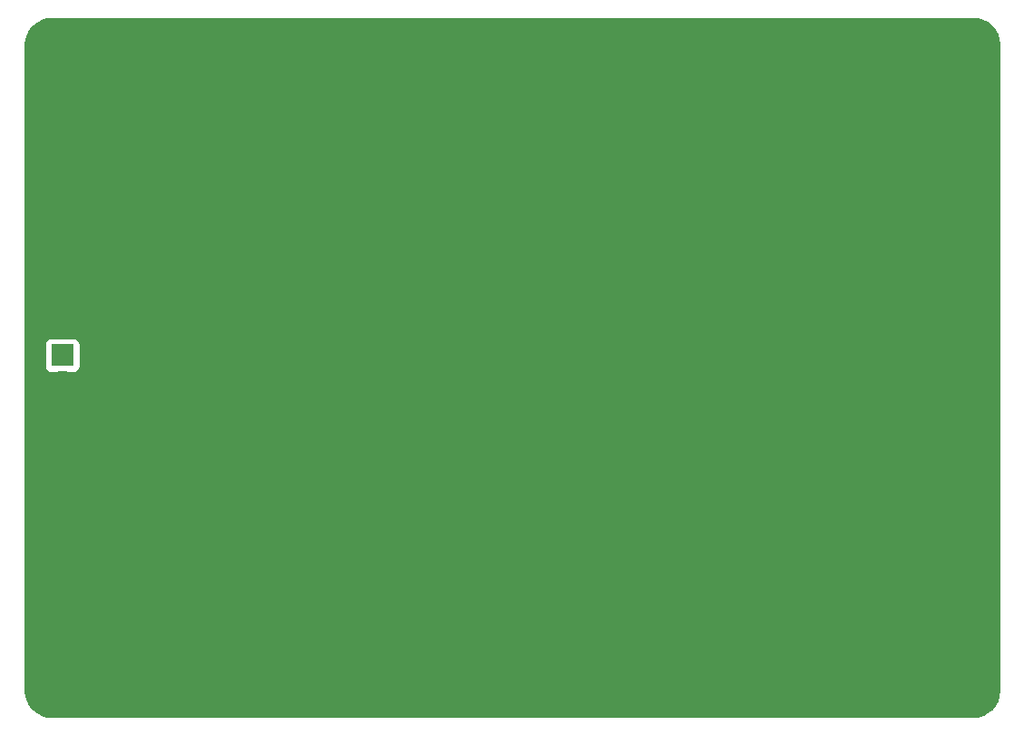
<source format=gbr>
%TF.GenerationSoftware,KiCad,Pcbnew,(5.1.6-0-10_14)*%
%TF.CreationDate,2021-11-23T23:31:24-06:00*%
%TF.ProjectId,EE514 Board (JLC),45453531-3420-4426-9f61-726420284a4c,rev?*%
%TF.SameCoordinates,Original*%
%TF.FileFunction,Copper,L3,Inr*%
%TF.FilePolarity,Positive*%
%FSLAX46Y46*%
G04 Gerber Fmt 4.6, Leading zero omitted, Abs format (unit mm)*
G04 Created by KiCad (PCBNEW (5.1.6-0-10_14)) date 2021-11-23 23:31:24*
%MOMM*%
%LPD*%
G01*
G04 APERTURE LIST*
%TA.AperFunction,ViaPad*%
%ADD10C,0.970000*%
%TD*%
%TA.AperFunction,ViaPad*%
%ADD11C,2.100000*%
%TD*%
%TA.AperFunction,ViaPad*%
%ADD12R,2.100000X2.100000*%
%TD*%
%TA.AperFunction,ViaPad*%
%ADD13C,0.800000*%
%TD*%
%TA.AperFunction,Conductor*%
%ADD14C,0.254000*%
%TD*%
G04 APERTURE END LIST*
D10*
%TO.N,GND*%
%TO.C,J102*%
X112983000Y-84136000D03*
X112983000Y-75376000D03*
%TD*%
%TO.N,GND*%
%TO.C,J106*%
X170245000Y-127693000D03*
X179005000Y-127693000D03*
%TD*%
%TO.N,GND*%
%TO.C,J105*%
X126430000Y-127693000D03*
X135190000Y-127693000D03*
%TD*%
%TO.N,GND*%
%TO.C,J104*%
X192463000Y-75376000D03*
X192463000Y-84136000D03*
%TD*%
%TO.N,GND*%
%TO.C,J103*%
X112983000Y-117667000D03*
X112983000Y-126427000D03*
%TD*%
D11*
%TO.N,GND*%
%TO.C,J101*%
X110744000Y-102235000D03*
D12*
%TO.N,+5V*%
X110744000Y-99695000D03*
%TD*%
D13*
%TO.N,GND*%
X127787400Y-117449600D03*
X129971800Y-119913400D03*
X128574800Y-121589800D03*
X127330200Y-121589800D03*
X126822200Y-123012200D03*
X131775200Y-116586000D03*
X165557200Y-115062000D03*
X168325800Y-119227600D03*
X177114200Y-122301000D03*
X177114200Y-117856000D03*
X178308000Y-117017800D03*
X167233600Y-106908600D03*
X174828200Y-101396800D03*
X176149000Y-100025200D03*
X177393600Y-106654600D03*
X123190000Y-106832400D03*
X130759200Y-101371400D03*
X132105400Y-99949000D03*
X133350000Y-106578400D03*
%TD*%
D14*
%TO.N,GND*%
G36*
X196297216Y-68272584D02*
G01*
X196742793Y-68407112D01*
X197153746Y-68625620D01*
X197514434Y-68919788D01*
X197811119Y-69278419D01*
X198032491Y-69687838D01*
X198170126Y-70132465D01*
X198222000Y-70626011D01*
X198222001Y-131031711D01*
X198173416Y-131527216D01*
X198038890Y-131972790D01*
X197820382Y-132383745D01*
X197526209Y-132744436D01*
X197167581Y-133041119D01*
X196758162Y-133262491D01*
X196313535Y-133400126D01*
X195819990Y-133452000D01*
X109760279Y-133452000D01*
X109264784Y-133403416D01*
X108819210Y-133268890D01*
X108408255Y-133050382D01*
X108047564Y-132756209D01*
X107750881Y-132397581D01*
X107529509Y-131988162D01*
X107391874Y-131543535D01*
X107340000Y-131049990D01*
X107340000Y-98645000D01*
X109055928Y-98645000D01*
X109055928Y-100745000D01*
X109068188Y-100869482D01*
X109104498Y-100989180D01*
X109163463Y-101099494D01*
X109242815Y-101196185D01*
X109339506Y-101275537D01*
X109449820Y-101334502D01*
X109569518Y-101370812D01*
X109694000Y-101383072D01*
X111794000Y-101383072D01*
X111918482Y-101370812D01*
X112038180Y-101334502D01*
X112148494Y-101275537D01*
X112245185Y-101196185D01*
X112324537Y-101099494D01*
X112383502Y-100989180D01*
X112419812Y-100869482D01*
X112432072Y-100745000D01*
X112432072Y-98645000D01*
X112419812Y-98520518D01*
X112383502Y-98400820D01*
X112324537Y-98290506D01*
X112245185Y-98193815D01*
X112148494Y-98114463D01*
X112038180Y-98055498D01*
X111918482Y-98019188D01*
X111794000Y-98006928D01*
X109694000Y-98006928D01*
X109569518Y-98019188D01*
X109449820Y-98055498D01*
X109339506Y-98114463D01*
X109242815Y-98193815D01*
X109163463Y-98290506D01*
X109104498Y-98400820D01*
X109068188Y-98520518D01*
X109055928Y-98645000D01*
X107340000Y-98645000D01*
X107340000Y-70644279D01*
X107388584Y-70148784D01*
X107523112Y-69703207D01*
X107741620Y-69292254D01*
X108035788Y-68931566D01*
X108394419Y-68634881D01*
X108803838Y-68413509D01*
X109248465Y-68275874D01*
X109742011Y-68224000D01*
X195801721Y-68224000D01*
X196297216Y-68272584D01*
G37*
X196297216Y-68272584D02*
X196742793Y-68407112D01*
X197153746Y-68625620D01*
X197514434Y-68919788D01*
X197811119Y-69278419D01*
X198032491Y-69687838D01*
X198170126Y-70132465D01*
X198222000Y-70626011D01*
X198222001Y-131031711D01*
X198173416Y-131527216D01*
X198038890Y-131972790D01*
X197820382Y-132383745D01*
X197526209Y-132744436D01*
X197167581Y-133041119D01*
X196758162Y-133262491D01*
X196313535Y-133400126D01*
X195819990Y-133452000D01*
X109760279Y-133452000D01*
X109264784Y-133403416D01*
X108819210Y-133268890D01*
X108408255Y-133050382D01*
X108047564Y-132756209D01*
X107750881Y-132397581D01*
X107529509Y-131988162D01*
X107391874Y-131543535D01*
X107340000Y-131049990D01*
X107340000Y-98645000D01*
X109055928Y-98645000D01*
X109055928Y-100745000D01*
X109068188Y-100869482D01*
X109104498Y-100989180D01*
X109163463Y-101099494D01*
X109242815Y-101196185D01*
X109339506Y-101275537D01*
X109449820Y-101334502D01*
X109569518Y-101370812D01*
X109694000Y-101383072D01*
X111794000Y-101383072D01*
X111918482Y-101370812D01*
X112038180Y-101334502D01*
X112148494Y-101275537D01*
X112245185Y-101196185D01*
X112324537Y-101099494D01*
X112383502Y-100989180D01*
X112419812Y-100869482D01*
X112432072Y-100745000D01*
X112432072Y-98645000D01*
X112419812Y-98520518D01*
X112383502Y-98400820D01*
X112324537Y-98290506D01*
X112245185Y-98193815D01*
X112148494Y-98114463D01*
X112038180Y-98055498D01*
X111918482Y-98019188D01*
X111794000Y-98006928D01*
X109694000Y-98006928D01*
X109569518Y-98019188D01*
X109449820Y-98055498D01*
X109339506Y-98114463D01*
X109242815Y-98193815D01*
X109163463Y-98290506D01*
X109104498Y-98400820D01*
X109068188Y-98520518D01*
X109055928Y-98645000D01*
X107340000Y-98645000D01*
X107340000Y-70644279D01*
X107388584Y-70148784D01*
X107523112Y-69703207D01*
X107741620Y-69292254D01*
X108035788Y-68931566D01*
X108394419Y-68634881D01*
X108803838Y-68413509D01*
X109248465Y-68275874D01*
X109742011Y-68224000D01*
X195801721Y-68224000D01*
X196297216Y-68272584D01*
%TD*%
M02*

</source>
